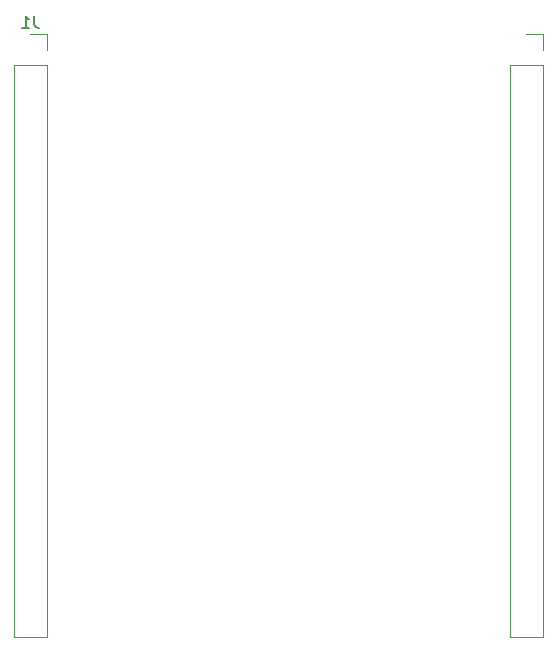
<source format=gbr>
%TF.GenerationSoftware,KiCad,Pcbnew,9.0.2*%
%TF.CreationDate,2025-06-04T20:07:21+07:00*%
%TF.ProjectId,Pneumatic,506e6575-6d61-4746-9963-2e6b69636164,rev?*%
%TF.SameCoordinates,Original*%
%TF.FileFunction,Legend,Bot*%
%TF.FilePolarity,Positive*%
%FSLAX46Y46*%
G04 Gerber Fmt 4.6, Leading zero omitted, Abs format (unit mm)*
G04 Created by KiCad (PCBNEW 9.0.2) date 2025-06-04 20:07:21*
%MOMM*%
%LPD*%
G01*
G04 APERTURE LIST*
%ADD10C,0.150000*%
%ADD11C,0.120000*%
G04 APERTURE END LIST*
D10*
X96333333Y-66074819D02*
X96333333Y-66789104D01*
X96333333Y-66789104D02*
X96380952Y-66931961D01*
X96380952Y-66931961D02*
X96476190Y-67027200D01*
X96476190Y-67027200D02*
X96619047Y-67074819D01*
X96619047Y-67074819D02*
X96714285Y-67074819D01*
X95333333Y-67074819D02*
X95904761Y-67074819D01*
X95619047Y-67074819D02*
X95619047Y-66074819D01*
X95619047Y-66074819D02*
X95714285Y-66217676D01*
X95714285Y-66217676D02*
X95809523Y-66312914D01*
X95809523Y-66312914D02*
X95904761Y-66360533D01*
D11*
%TO.C,J2*%
X136620000Y-70270000D02*
X136620000Y-118640000D01*
X139380000Y-67620000D02*
X138000000Y-67620000D01*
X139380000Y-69000000D02*
X139380000Y-67620000D01*
X139380000Y-70270000D02*
X136620000Y-70270000D01*
X139380000Y-70270000D02*
X139380000Y-118640000D01*
X139380000Y-118640000D02*
X136620000Y-118640000D01*
%TO.C,J1*%
X94620000Y-70270000D02*
X94620000Y-118640000D01*
X97380000Y-67620000D02*
X96000000Y-67620000D01*
X97380000Y-69000000D02*
X97380000Y-67620000D01*
X97380000Y-70270000D02*
X94620000Y-70270000D01*
X97380000Y-70270000D02*
X97380000Y-118640000D01*
X97380000Y-118640000D02*
X94620000Y-118640000D01*
%TD*%
M02*

</source>
